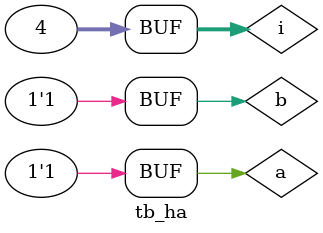
<source format=v>
`timescale 1ns / 1ps

module tb_ha( );

reg a,b;
wire sum,co;

integer i;
ha dut(a,b,sum,co);

initial begin
$monitor($time, "ns a=%b , b=%b , sum=%b , co=%b",a,b,sum,co);
for(i=0; i<4; i=i+1) begin
{a,b}=i;
#5;
end


end
endmodule

</source>
